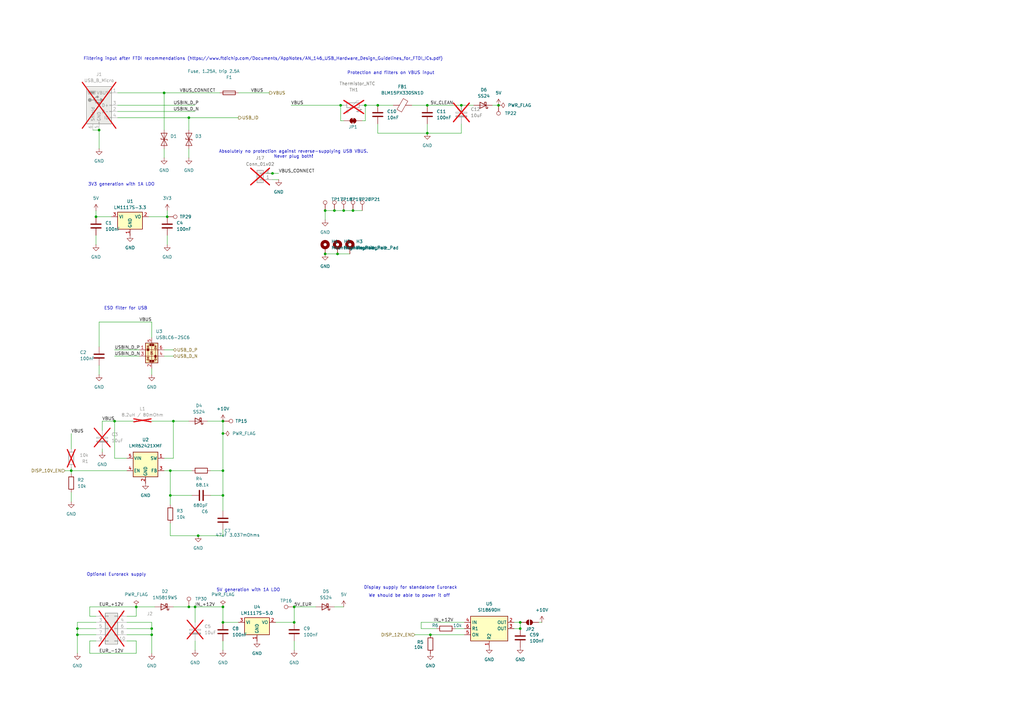
<source format=kicad_sch>
(kicad_sch (version 20231120) (generator "eeschema") (generator_version "8.0")
  (paper "A3")
  (lib_symbols
    (symbol "Connector:TestPoint" (pin_numbers hide) (pin_names (offset 0.762) hide)
      (property "Reference" "TP" (at 0 6.858 0))
      (property "Value" "TestPoint" (at 0 5.08 0))
      (symbol "TestPoint_1_1"
        (pin passive line (at 0 0 90) (length 2.54) (name "1") (number "1"))
      )
    )
    (symbol "Connector:USB_B_Micro" (pin_names (offset 1.016))
      (property "Reference" "J" (at -5.08 11.43 0))
      (property "Value" "USB_B_Micro" (at -5.08 8.89 0))
      (symbol "USB_B_Micro_1_1"
        (pin power_out line (at 7.62 5.08 180) (length 2.54) (name "VBUS") (number "1"))
        (pin bidirectional line (at 7.62 -2.54 180) (length 2.54) (name "D-") (number "2"))
        (pin bidirectional line (at 7.62 0 180) (length 2.54) (name "D+") (number "3"))
        (pin passive line (at 7.62 -5.08 180) (length 2.54) (name "ID") (number "4"))
        (pin power_out line (at 0 -10.16 90) (length 2.54) (name "GND") (number "5"))
        (pin passive line (at -2.54 -10.16 90) (length 2.54) (name "Shield") (number "6"))
      )
    )
    (symbol "Connector_Generic:Conn_01x02" (pin_names (offset 1.016) hide)
      (property "Reference" "J" (at 0 2.54 0))
      (property "Value" "Conn_01x02" (at 0 -5.08 0))
      (symbol "Conn_01x02_1_1"
        (pin passive line (at -5.08 0 0) (length 3.81) (name "Pin_1") (number "1"))
        (pin passive line (at -5.08 -2.54 0) (length 3.81) (name "Pin_2") (number "2"))
      )
    )
    (symbol "Connector_Generic:Conn_02x05_Odd_Even" (pin_names (offset 1.016) hide)
      (property "Reference" "J" (at 1.27 7.62 0))
      (property "Value" "Conn_02x05_Odd_Even" (at 1.27 -7.62 0))
      (symbol "Conn_02x05_Odd_Even_1_1"
        (pin passive line (at -5.08 5.08 0) (length 3.81) (name "Pin_1") (number "1"))
        (pin passive line (at 7.62 -5.08 180) (length 3.81) (name "Pin_10") (number "10"))
        (pin passive line (at 7.62 5.08 180) (length 3.81) (name "Pin_2") (number "2"))
        (pin passive line (at -5.08 2.54 0) (length 3.81) (name "Pin_3") (number "3"))
        (pin passive line (at 7.62 2.54 180) (length 3.81) (name "Pin_4") (number "4"))
        (pin passive line (at -5.08 0 0) (length 3.81) (name "Pin_5") (number "5"))
        (pin passive line (at 7.62 0 180) (length 3.81) (name "Pin_6") (number "6"))
        (pin passive line (at -5.08 -2.54 0) (length 3.81) (name "Pin_7") (number "7"))
        (pin passive line (at 7.62 -2.54 180) (length 3.81) (name "Pin_8") (number "8"))
        (pin passive line (at -5.08 -5.08 0) (length 3.81) (name "Pin_9") (number "9"))
      )
    )
    (symbol "Device:C" (pin_numbers hide) (pin_names (offset 0.254))
      (property "Reference" "C" (at 0.635 2.54 0))
      (property "Value" "C" (at 0.635 -2.54 0))
      (symbol "C_1_1"
        (pin passive line (at 0 3.81 270) (length 2.794) (name "~") (number "1"))
        (pin passive line (at 0 -3.81 90) (length 2.794) (name "~") (number "2"))
      )
    )
    (symbol "Device:C_Polarized" (pin_numbers hide) (pin_names (offset 0.254))
      (property "Reference" "C" (at 0.635 2.54 0))
      (property "Value" "C_Polarized" (at 0.635 -2.54 0))
      (symbol "C_Polarized_1_1"
        (pin passive line (at 0 3.81 270) (length 2.794) (name "~") (number "1"))
        (pin passive line (at 0 -3.81 90) (length 2.794) (name "~") (number "2"))
      )
    )
    (symbol "Device:FerriteBead" (pin_numbers hide) (pin_names (offset 0))
      (property "Reference" "FB" (at -3.81 0.635 90))
      (property "Value" "FerriteBead" (at 3.81 0 90))
      (symbol "FerriteBead_1_1"
        (pin passive line (at 0 3.81 270) (length 2.54) (name "~") (number "1"))
        (pin passive line (at 0 -3.81 90) (length 2.54) (name "~") (number "2"))
      )
    )
    (symbol "Device:Fuse" (pin_numbers hide) (pin_names (offset 0))
      (property "Reference" "F" (at 2.032 0 90))
      (property "Value" "Fuse" (at -1.905 0 90))
      (symbol "Fuse_1_1"
        (pin passive line (at 0 3.81 270) (length 1.27) (name "~") (number "1"))
        (pin passive line (at 0 -3.81 90) (length 1.27) (name "~") (number "2"))
      )
    )
    (symbol "Device:L" (pin_numbers hide) (pin_names (offset 1.016) hide)
      (property "Reference" "L" (at -1.27 0 90))
      (property "Value" "L" (at 1.905 0 90))
      (symbol "L_1_1"
        (pin passive line (at 0 3.81 270) (length 1.27) (name "1") (number "1"))
        (pin passive line (at 0 -3.81 90) (length 1.27) (name "2") (number "2"))
      )
    )
    (symbol "Device:R" (pin_numbers hide) (pin_names (offset 0))
      (property "Reference" "R" (at 2.032 0 90))
      (property "Value" "R" (at 0 0 90))
      (symbol "R_1_1"
        (pin passive line (at 0 3.81 270) (length 1.27) (name "~") (number "1"))
        (pin passive line (at 0 -3.81 90) (length 1.27) (name "~") (number "2"))
      )
    )
    (symbol "Device:Thermistor_NTC" (pin_numbers hide) (pin_names (offset 0))
      (property "Reference" "TH" (at -4.445 0 90))
      (property "Value" "Thermistor_NTC" (at 3.175 0 90))
      (symbol "Thermistor_NTC_1_1"
        (pin passive line (at 0 3.81 270) (length 1.27) (name "~") (number "1"))
        (pin passive line (at 0 -3.81 90) (length 1.27) (name "~") (number "2"))
      )
    )
    (symbol "Diode:1N5819WS" (pin_numbers hide) (pin_names (offset 1.016) hide)
      (property "Reference" "D" (at 0 2.54 0))
      (property "Value" "1N5819WS" (at 0 -2.54 0))
      (symbol "1N5819WS_1_1"
        (pin passive line (at -3.81 0 0) (length 2.54) (name "K") (number "1"))
        (pin passive line (at 3.81 0 180) (length 2.54) (name "A") (number "2"))
      )
    )
    (symbol "Diode:ESD9B5.0ST5G" (pin_numbers hide) (pin_names (offset 1.016) hide)
      (property "Reference" "D" (at 0 2.54 0))
      (property "Value" "ESD9B5.0ST5G" (at 0 -2.54 0))
      (symbol "ESD9B5.0ST5G_1_1"
        (pin passive line (at -3.81 0 0) (length 2.54) (name "A1") (number "1"))
        (pin passive line (at 3.81 0 180) (length 2.54) (name "A2") (number "2"))
      )
    )
    (symbol "Diode:SS24" (pin_numbers hide) (pin_names (offset 1.016) hide)
      (property "Reference" "D" (at 0 2.54 0))
      (property "Value" "SS24" (at 0 -2.54 0))
      (symbol "SS24_1_1"
        (pin passive line (at -3.81 0 0) (length 2.54) (name "K") (number "1"))
        (pin passive line (at 3.81 0 180) (length 2.54) (name "A") (number "2"))
      )
    )
    (symbol "Jumper:SolderJumper_2_Bridged" (pin_numbers hide) (pin_names (offset 0) hide) (exclude_from_sim yes) (in_bom no)
      (property "Reference" "JP" (at 0 2.032 0))
      (property "Value" "SolderJumper_2_Bridged" (at 0 -2.54 0))
      (symbol "SolderJumper_2_Bridged_1_1"
        (pin passive line (at -3.81 0 0) (length 2.54) (name "A") (number "1"))
        (pin passive line (at 3.81 0 180) (length 2.54) (name "B") (number "2"))
      )
    )
    (symbol "Jumper:SolderJumper_2_Open" (pin_numbers hide) (pin_names (offset 0) hide) (exclude_from_sim yes) (in_bom no)
      (property "Reference" "JP" (at 0 2.032 0))
      (property "Value" "SolderJumper_2_Open" (at 0 -2.54 0))
      (symbol "SolderJumper_2_Open_1_1"
        (pin passive line (at -3.81 0 0) (length 2.54) (name "A") (number "1"))
        (pin passive line (at 3.81 0 180) (length 2.54) (name "B") (number "2"))
      )
    )
    (symbol "Mechanical:MountingHole_Pad" (pin_numbers hide) (pin_names (offset 1.016) hide) (exclude_from_sim yes) (in_bom no)
      (property "Reference" "H" (at 0 6.35 0))
      (property "Value" "MountingHole_Pad" (at 0 4.445 0))
      (symbol "MountingHole_Pad_1_1"
        (pin input line (at 0 -2.54 90) (length 2.54) (name "1") (number "1"))
      )
    )
    (symbol "Power_Protection:USBLC6-2SC6" (pin_names hide)
      (property "Reference" "U" (at 0.635 5.715 0))
      (property "Value" "USBLC6-2SC6" (at 0.635 3.81 0))
      (symbol "USBLC6-2SC6_1_1"
        (pin passive line (at -5.08 0 0) (length 2.54) (name "I/O1") (number "1"))
        (pin passive line (at 0 -7.62 90) (length 2.54) (name "GND") (number "2"))
        (pin passive line (at -5.08 -2.54 0) (length 2.54) (name "I/O2") (number "3"))
        (pin passive line (at 5.08 -2.54 180) (length 2.54) (name "I/O2") (number "4"))
        (pin passive line (at 0 5.08 270) (length 2.54) (name "VBUS") (number "5"))
        (pin passive line (at 5.08 0 180) (length 2.54) (name "I/O1") (number "6"))
      )
    )
    (symbol "Regulator_Linear:LM1117S-3.3"
      (property "Reference" "U" (at -3.81 3.175 0))
      (property "Value" "LM1117S-3.3" (at 0 3.175 0))
      (symbol "LM1117S-3.3_1_1"
        (pin power_in line (at 0 -7.62 90) (length 2.54) (name "GND") (number "1"))
        (pin power_out line (at 7.62 0 180) (length 2.54) (name "VO") (number "2"))
        (pin power_in line (at -7.62 0 0) (length 2.54) (name "VI") (number "3"))
      )
    )
    (symbol "Regulator_Linear:LM1117S-5.0"
      (property "Reference" "U" (at -3.81 3.175 0))
      (property "Value" "LM1117S-5.0" (at 0 3.175 0))
      (symbol "LM1117S-5.0_1_1"
        (pin power_in line (at 0 -7.62 90) (length 2.54) (name "GND") (number "1"))
        (pin power_out line (at 7.62 0 180) (length 2.54) (name "VO") (number "2"))
        (pin power_in line (at -7.62 0 0) (length 2.54) (name "VI") (number "3"))
      )
    )
    (symbol "Regulator_Switching:LMR62421XMF" (pin_names (offset 0.254))
      (property "Reference" "U" (at -5.08 6.35 0))
      (property "Value" "LMR62421XMF" (at 0 6.35 0))
      (symbol "LMR62421XMF_1_1"
        (pin output line (at 7.62 2.54 180) (length 2.54) (name "SW") (number "1"))
        (pin power_in line (at 0 -7.62 90) (length 2.54) (name "GND") (number "2"))
        (pin input line (at 7.62 -2.54 180) (length 2.54) (name "FB") (number "3"))
        (pin input line (at -7.62 -2.54 0) (length 2.54) (name "EN") (number "4"))
        (pin input line (at -7.62 2.54 0) (length 2.54) (name "VIN") (number "5"))
      )
    )
    (symbol "asynthosc_lib:Si1869DH"
      (property "Reference" "U" (at -6.35 -6.35 0))
      (property "Value" "Si1869DH" (at 0 6.35 0))
      (symbol "Si1869DH_1_1"
        (pin passive line (at 0 -7.62 90) (length 2.54) (name "R2") (number "1"))
        (pin power_out line (at 10.16 2.54 180) (length 2.54) (name "OUT") (number "2"))
        (pin power_out line (at 10.16 0 180) (length 2.54) (name "OUT") (number "3"))
        (pin power_in line (at -10.16 2.54 0) (length 2.54) (name "IN") (number "4"))
        (pin input line (at -10.16 -2.54 0) (length 2.54) (name "ON") (number "5"))
        (pin passive line (at -10.16 0 0) (length 2.54) (name "R1") (number "6"))
      )
    )
    (symbol "power:+10V" (power) (pin_numbers hide) (pin_names (offset 0) hide)
      (property "Value" "+10V" (at 0 3.556 0))
      (symbol "+10V_1_1"
        (pin power_in line (at 0 0 90) (length 0) (name "~") (number "1"))
      )
    )
    (symbol "power:+3V3" (power) (pin_numbers hide) (pin_names (offset 0) hide)
      (property "Value" "+3V3" (at 0 3.556 0))
      (symbol "+3V3_1_1"
        (pin power_in line (at 0 0 90) (length 0) (name "~") (number "1"))
      )
    )
    (symbol "power:+5V" (power) (pin_numbers hide) (pin_names (offset 0) hide)
      (property "Value" "+5V" (at 0 3.556 0))
      (symbol "+5V_1_1"
        (pin power_in line (at 0 0 90) (length 0) (name "~") (number "1"))
      )
    )
    (symbol "power:GND" (power) (pin_numbers hide) (pin_names (offset 0) hide)
      (property "Value" "GND" (at 0 -3.81 0))
      (symbol "GND_1_1"
        (pin power_in line (at 0 0 270) (length 0) (name "~") (number "1"))
      )
    )
    (symbol "power:PWR_FLAG" (power) (pin_numbers hide) (pin_names (offset 0) hide)
      (property "Value" "PWR_FLAG" (at 0 3.81 0))
      (symbol "PWR_FLAG_0_0"
        (pin power_out line (at 0 0 90) (length 0) (name "~") (number "1"))
      )
    )
  )
  (junction (at 68.58 88.9))
  (junction (at 149.86 43.18))
  (junction (at 189.23 43.18))
  (junction (at 31.75 257.81))
  (junction (at 55.88 248.92))
  (junction (at 144.78 86.36))
  (junction (at 77.47 248.92))
  (junction (at 120.65 255.27))
  (junction (at 204.47 43.18))
  (junction (at 213.36 257.81))
  (junction (at 62.23 257.81))
  (junction (at 139.7 43.18))
  (junction (at 137.16 86.36))
  (junction (at 69.85 193.04))
  (junction (at 80.01 248.92))
  (junction (at 62.23 260.35))
  (junction (at 81.28 219.71))
  (junction (at 39.37 88.9))
  (junction (at 154.94 43.18))
  (junction (at 31.75 260.35))
  (junction (at 29.21 193.04))
  (junction (at 77.47 48.26))
  (junction (at 46.99 172.72))
  (junction (at 138.43 104.14))
  (junction (at 91.44 255.27))
  (junction (at 91.44 177.8))
  (junction (at 67.31 38.1))
  (junction (at 91.44 203.2))
  (junction (at 71.12 172.72))
  (junction (at 133.35 104.14))
  (junction (at 111.76 71.12))
  (junction (at 91.44 193.04))
  (junction (at 40.64 53.34))
  (junction (at 69.85 203.2))
  (junction (at 175.26 54.61))
  (junction (at 140.97 86.36))
  (junction (at 91.44 172.72))
  (junction (at 176.53 260.35))
  (junction (at 133.35 86.36))
  (junction (at 213.36 255.27))
  (junction (at 91.44 248.92))
  (junction (at 175.26 43.18))
  (junction (at 120.65 248.92))
  (wire (pts (xy 139.7 43.18) (xy 139.7 49.53)))
  (wire (pts (xy 140.97 86.36) (xy 144.78 86.36)))
  (wire (pts (xy 62.23 260.35) (xy 52.07 260.35)))
  (wire (pts (xy 91.44 219.71) (xy 91.44 217.17)))
  (wire (pts (xy 120.65 262.89) (xy 120.65 266.7)))
  (wire (pts (xy 109.22 71.12) (xy 111.76 71.12)))
  (wire (pts (xy 67.31 60.96) (xy 67.31 64.77)))
  (wire (pts (xy 55.88 262.89) (xy 52.07 262.89)))
  (wire (pts (xy 111.76 73.66) (xy 114.3 73.66)))
  (wire (pts (xy 154.94 50.8) (xy 154.94 54.61)))
  (wire (pts (xy 62.23 172.72) (xy 71.12 172.72)))
  (wire (pts (xy 91.44 203.2) (xy 91.44 209.55)))
  (wire (pts (xy 148.59 49.53) (xy 149.86 49.53)))
  (wire (pts (xy 69.85 203.2) (xy 78.74 203.2)))
  (wire (pts (xy 133.35 86.36) (xy 133.35 90.17)))
  (wire (pts (xy 149.86 43.18) (xy 154.94 43.18)))
  (wire (pts (xy 71.12 172.72) (xy 71.12 187.96)))
  (wire (pts (xy 119.38 43.18) (xy 139.7 43.18)))
  (wire (pts (xy 31.75 260.35) (xy 31.75 267.97)))
  (wire (pts (xy 29.21 191.77) (xy 29.21 193.04)))
  (wire (pts (xy 175.26 43.18) (xy 189.23 43.18)))
  (wire (pts (xy 36.83 252.73) (xy 39.37 252.73)))
  (wire (pts (xy 60.96 88.9) (xy 68.58 88.9)))
  (wire (pts (xy 55.88 248.92) (xy 36.83 248.92)))
  (wire (pts (xy 71.12 172.72) (xy 77.47 172.72)))
  (wire (pts (xy 81.28 219.71) (xy 91.44 219.71)))
  (wire (pts (xy 91.44 172.72) (xy 91.44 177.8)))
  (wire (pts (xy 148.59 43.18) (xy 149.86 43.18)))
  (wire (pts (xy 26.67 193.04) (xy 29.21 193.04)))
  (wire (pts (xy 91.44 255.27) (xy 97.79 255.27)))
  (wire (pts (xy 31.75 257.81) (xy 39.37 257.81)))
  (wire (pts (xy 69.85 219.71) (xy 81.28 219.71)))
  (wire (pts (xy 139.7 49.53) (xy 140.97 49.53)))
  (wire (pts (xy 91.44 203.2) (xy 91.44 193.04)))
  (wire (pts (xy 67.31 38.1) (xy 90.17 38.1)))
  (wire (pts (xy 77.47 48.26) (xy 97.79 48.26)))
  (wire (pts (xy 39.37 262.89) (xy 36.83 262.89)))
  (wire (pts (xy 86.36 203.2) (xy 91.44 203.2)))
  (wire (pts (xy 172.72 257.81) (xy 179.07 257.81)))
  (wire (pts (xy 62.23 132.08) (xy 40.64 132.08)))
  (wire (pts (xy 31.75 255.27) (xy 31.75 257.81)))
  (wire (pts (xy 62.23 132.08) (xy 62.23 138.43)))
  (wire (pts (xy 120.65 248.92) (xy 120.65 255.27)))
  (wire (pts (xy 46.99 172.72) (xy 54.61 172.72)))
  (wire (pts (xy 186.69 257.81) (xy 190.5 257.81)))
  (wire (pts (xy 41.91 172.72) (xy 46.99 172.72)))
  (wire (pts (xy 222.25 255.27) (xy 220.98 255.27)))
  (wire (pts (xy 213.36 257.81) (xy 210.82 257.81)))
  (wire (pts (xy 97.79 38.1) (xy 110.49 38.1)))
  (wire (pts (xy 139.7 43.18) (xy 140.97 43.18)))
  (wire (pts (xy 29.21 194.31) (xy 29.21 193.04)))
  (wire (pts (xy 189.23 54.61) (xy 189.23 50.8)))
  (wire (pts (xy 172.72 255.27) (xy 172.72 257.81)))
  (wire (pts (xy 39.37 96.52) (xy 39.37 100.33)))
  (wire (pts (xy 133.35 86.36) (xy 137.16 86.36)))
  (wire (pts (xy 69.85 193.04) (xy 78.74 193.04)))
  (wire (pts (xy 68.58 88.9) (xy 68.58 86.36)))
  (wire (pts (xy 149.86 49.53) (xy 149.86 43.18)))
  (wire (pts (xy 39.37 255.27) (xy 31.75 255.27)))
  (wire (pts (xy 137.16 86.36) (xy 140.97 86.36)))
  (wire (pts (xy 111.76 71.12) (xy 114.3 71.12)))
  (wire (pts (xy 52.07 187.96) (xy 46.99 187.96)))
  (wire (pts (xy 170.18 260.35) (xy 176.53 260.35)))
  (wire (pts (xy 69.85 214.63) (xy 69.85 219.71)))
  (wire (pts (xy 29.21 177.8) (xy 29.21 184.15)))
  (wire (pts (xy 154.94 54.61) (xy 175.26 54.61)))
  (wire (pts (xy 120.65 248.92) (xy 129.54 248.92)))
  (wire (pts (xy 69.85 203.2) (xy 69.85 207.01)))
  (wire (pts (xy 36.83 262.89) (xy 36.83 267.97)))
  (wire (pts (xy 55.88 252.73) (xy 55.88 248.92)))
  (wire (pts (xy 52.07 257.81) (xy 62.23 257.81)))
  (wire (pts (xy 48.26 38.1) (xy 67.31 38.1)))
  (wire (pts (xy 62.23 255.27) (xy 62.23 257.81)))
  (wire (pts (xy 40.64 132.08) (xy 40.64 142.24)))
  (wire (pts (xy 41.91 172.72) (xy 41.91 176.53)))
  (wire (pts (xy 85.09 172.72) (xy 91.44 172.72)))
  (wire (pts (xy 189.23 43.18) (xy 194.31 43.18)))
  (wire (pts (xy 67.31 193.04) (xy 69.85 193.04)))
  (wire (pts (xy 46.99 146.05) (xy 57.15 146.05)))
  (wire (pts (xy 41.91 184.15) (xy 41.91 185.42)))
  (wire (pts (xy 80.01 255.27) (xy 80.01 248.92)))
  (wire (pts (xy 69.85 193.04) (xy 69.85 203.2)))
  (wire (pts (xy 29.21 201.93) (xy 29.21 205.74)))
  (wire (pts (xy 48.26 45.72) (xy 80.01 45.72)))
  (wire (pts (xy 36.83 267.97) (xy 55.88 267.97)))
  (wire (pts (xy 144.78 86.36) (xy 148.59 86.36)))
  (wire (pts (xy 77.47 48.26) (xy 77.47 53.34)))
  (wire (pts (xy 68.58 96.52) (xy 68.58 100.33)))
  (wire (pts (xy 176.53 260.35) (xy 190.5 260.35)))
  (wire (pts (xy 52.07 255.27) (xy 62.23 255.27)))
  (wire (pts (xy 91.44 248.92) (xy 91.44 255.27)))
  (wire (pts (xy 91.44 177.8) (xy 91.44 193.04)))
  (wire (pts (xy 154.94 43.18) (xy 161.29 43.18)))
  (wire (pts (xy 201.93 43.18) (xy 204.47 43.18)))
  (wire (pts (xy 48.26 43.18) (xy 80.01 43.18)))
  (wire (pts (xy 91.44 193.04) (xy 86.36 193.04)))
  (wire (pts (xy 46.99 143.51) (xy 57.15 143.51)))
  (wire (pts (xy 172.72 255.27) (xy 190.5 255.27)))
  (wire (pts (xy 38.1 53.34) (xy 40.64 53.34)))
  (wire (pts (xy 40.64 149.86) (xy 40.64 153.67)))
  (wire (pts (xy 189.23 43.18) (xy 189.23 45.72)))
  (wire (pts (xy 55.88 267.97) (xy 55.88 262.89)))
  (wire (pts (xy 67.31 38.1) (xy 67.31 53.34)))
  (wire (pts (xy 31.75 260.35) (xy 39.37 260.35)))
  (wire (pts (xy 62.23 257.81) (xy 62.23 260.35)))
  (wire (pts (xy 40.64 53.34) (xy 40.64 60.96)))
  (wire (pts (xy 77.47 60.96) (xy 77.47 64.77)))
  (wire (pts (xy 213.36 255.27) (xy 213.36 257.81)))
  (wire (pts (xy 133.35 104.14) (xy 138.43 104.14)))
  (wire (pts (xy 52.07 252.73) (xy 55.88 252.73)))
  (wire (pts (xy 67.31 143.51) (xy 71.12 143.51)))
  (wire (pts (xy 67.31 146.05) (xy 71.12 146.05)))
  (wire (pts (xy 113.03 255.27) (xy 120.65 255.27)))
  (wire (pts (xy 175.26 50.8) (xy 175.26 54.61)))
  (wire (pts (xy 31.75 257.81) (xy 31.75 260.35)))
  (wire (pts (xy 62.23 260.35) (xy 62.23 267.97)))
  (wire (pts (xy 175.26 54.61) (xy 189.23 54.61)))
  (wire (pts (xy 48.26 48.26) (xy 77.47 48.26)))
  (wire (pts (xy 138.43 104.14) (xy 143.51 104.14)))
  (wire (pts (xy 55.88 248.92) (xy 63.5 248.92)))
  (wire (pts (xy 39.37 86.36) (xy 39.37 88.9)))
  (wire (pts (xy 71.12 187.96) (xy 67.31 187.96)))
  (wire (pts (xy 71.12 248.92) (xy 77.47 248.92)))
  (wire (pts (xy 80.01 266.7) (xy 80.01 262.89)))
  (wire (pts (xy 137.16 248.92) (xy 140.97 248.92)))
  (wire (pts (xy 213.36 255.27) (xy 210.82 255.27)))
  (wire (pts (xy 36.83 248.92) (xy 36.83 252.73)))
  (wire (pts (xy 91.44 262.89) (xy 91.44 266.7)))
  (wire (pts (xy 80.01 248.92) (xy 91.44 248.92)))
  (wire (pts (xy 62.23 151.13) (xy 62.23 153.67)))
  (wire (pts (xy 46.99 187.96) (xy 46.99 172.72)))
  (wire (pts (xy 39.37 88.9) (xy 45.72 88.9)))
  (wire (pts (xy 168.91 43.18) (xy 175.26 43.18)))
  (wire (pts (xy 77.47 248.92) (xy 80.01 248.92)))
  (wire (pts (xy 29.21 193.04) (xy 52.07 193.04)))
  (text "We should be able to power it off\n" (at 167.894 244.348 0) (effects (font (size 1.27 1.27))))
  (text "Optional Eurorack supply" (at 47.752 235.712 0) (effects (font (size 1.27 1.27))))
  (text "Filtering input after FTDI recommendations (https://www.ftdichip.com/Documents/AppNotes/AN_146_USB_Hardware_Design_Guidelines_for_FTDI_ICs.pdf)" (at 107.95 24.13 0) (effects (font (size 1.27 1.27))))
  (text "Absolutely no protection against reverse-supplying USB VBUS.\nNever plug both!" (at 120.396 63.246 0) (effects (font (size 1.27 1.27))))
  (text "Display supply for standalone Eurorack" (at 168.402 241.046 0) (effects (font (size 1.27 1.27))))
  (text "ESD filter for USB" (at 51.562 126.492 0) (effects (font (size 1.27 1.27))))
  (text "Protection and filters on VBUS input" (at 160.274 29.972 0) (effects (font (size 1.27 1.27))))
  (text "5V generation with 1A LDO" (at 101.854 242.062 0) (effects (font (size 1.27 1.27))))
  (text "3V3 generation with 1A LDO" (at 49.784 75.692 0) (effects (font (size 1.27 1.27))))
  (label "IN_+12V" (at 80.01 248.92 0))
  (label "USBIN_D_P" (at 71.12 43.18 0))
  (label "USBIN_D_P" (at 46.99 143.51 0))
  (label "VBUS" (at 29.21 177.8 0))
  (label "VBUS_CONNECT" (at 73.66 38.1 0))
  (label "VBUS" (at 62.23 132.08 180))
  (label "VBUS_CONNECT" (at 114.3 71.12 0))
  (label "5V_EUR" (at 120.65 248.92 0))
  (label "EUR_-12V" (at 40.64 267.97 0))
  (label "VBUS" (at 119.38 43.18 0))
  (label "VBUS" (at 41.91 172.72 0))
  (label "USBIN_D_N" (at 71.12 45.72 0))
  (label "IN_+12V" (at 177.8 255.27 0))
  (label "EUR_+12V" (at 40.64 248.92 0))
  (label "USBIN_D_N" (at 46.99 146.05 0))
  (label "VBUS" (at 102.87 38.1 0))
  (label "5V_CLEAN" (at 176.53 43.18 0))
  (hierarchical_label "USB_ID" (shape output) (at 97.79 48.26 0))
  (hierarchical_label "USB_D_N" (shape bidirectional) (at 71.12 146.05 0))
  (hierarchical_label "USB_D_P" (shape bidirectional) (at 71.12 143.51 0))
  (hierarchical_label "VBUS" (shape output) (at 110.49 38.1 0))
  (hierarchical_label "DISP_12V_EN" (shape input) (at 170.18 260.35 180))
  (hierarchical_label "DISP_10V_EN" (shape input) (at 26.67 193.04 180))
  (symbol (lib_id "power:GND") (at 80.01 266.7 0) (unit 1)
    (property "Reference" "#PWR016" (effects (hide yes)))
    (property "Value" "GND" (at 80.01 271.78 0))
    (property "Description" "Power symbol creates a global label with name \"GND\" , ground" (effects (hide yes)))
  )
  (symbol (lib_id "Device:C") (at 39.37 92.71 0) (unit 1)
    (property "Reference" "C1" (at 43.18 91.4399 0) (effects (justify left)))
    (property "Value" "100nF" (at 43.18 93.9799 0) (effects (justify left)))
    (property "Footprint" "Capacitor_SMD:C_0805_2012Metric" (effects (hide yes)))
    (property "Description" "Unpolarized capacitor" (effects (hide yes)))
    (property "RefNum" "_generic_" (effects (hide yes)))
    (property "JLC" "0805" (effects (hide yes)))
  )
  (symbol (lib_id "Regulator_Switching:LMR62421XMF") (at 59.69 190.5 0) (unit 1)
    (property "Reference" "U2" (at 59.69 180.34 0))
    (property "Value" "LMR62421XMF" (at 59.69 182.88 0))
    (property "Footprint" "Package_TO_SOT_SMD:SOT-23-5" (effects (hide yes)))
    (property "Datasheet" "http://www.ti.com/lit/ds/symlink/lmr62421.pdf" (effects (hide yes)))
    (property "Description" "2.1A, 24Vout Boost/SEPIC Voltage Regulator, 1.6MHz Frequency, SOT-23-5" (effects (hide yes)))
    (property "LCSC" "C2070685 " (effects (hide yes)))
    (property "Manufacturer" "TI" (effects (hide yes)))
    (property "RefNum" "LMR62421XMF" (effects (hide yes)))
    (property "JLC" "SOT-23-5" (effects (hide yes)))
  )
  (symbol (lib_id "Device:C") (at 120.65 259.08 0) (unit 1)
    (property "Reference" "C9" (at 124.46 257.8099 0) (effects (justify left)))
    (property "Value" "100nF" (at 124.46 260.3499 0) (effects (justify left)))
    (property "Footprint" "Capacitor_SMD:C_0805_2012Metric" (effects (hide yes)))
    (property "Description" "Unpolarized capacitor" (effects (hide yes)))
    (property "RefNum" "_generic_" (effects (hide yes)))
    (property "JLC" "0805" (effects (hide yes)))
  )
  (symbol (lib_id "power:GND") (at 81.28 219.71 0) (unit 1)
    (property "Reference" "#PWR017" (effects (hide yes)))
    (property "Value" "GND" (at 81.28 224.79 0))
    (property "Description" "Power symbol creates a global label with name \"GND\" , ground" (effects (hide yes)))
  )
  (symbol (lib_id "power:GND") (at 31.75 267.97 0) (unit 1)
    (property "Reference" "#PWR02" (effects (hide yes)))
    (property "Value" "GND" (at 31.75 273.05 0))
    (property "Description" "Power symbol creates a global label with name \"GND\" , ground" (effects (hide yes)))
  )
  (symbol (lib_id "Connector:TestPoint") (at 148.59 86.36 0) (unit 1) (exclude_from_sim yes)
    (property "Reference" "TP21" (at 151.13 81.7879 0) (effects (justify left)))
    (property "Value" "TestPoint" (effects (hide yes)))
    (property "Footprint" "TestPoint:TestPoint_Pad_D1.0mm" (effects (hide yes)))
    (property "Description" "test point" (effects (hide yes)))
    (property "RefNum" "_na_" (effects (hide yes)))
  )
  (symbol (lib_id "Device:R") (at 29.21 187.96 180) (unit 1) (exclude_from_sim yes) (in_bom no) (dnp yes)
    (property "Reference" "R1" (at 36.322 189.23 0) (effects (justify left)))
    (property "Value" "10k" (at 36.322 186.69 0) (effects (justify left)))
    (property "Footprint" "Resistor_SMD:R_0402_1005Metric" (effects (hide yes)))
    (property "Description" "Resistor" (effects (hide yes)))
    (property "RefNum" "_generic_" (effects (hide yes)))
    (property "JLC" "0402" (effects (hide yes)))
  )
  (symbol (lib_id "Device:C") (at 154.94 46.99 0) (unit 1)
    (property "Reference" "C10" (at 158.75 45.7199 0) (effects (justify left)))
    (property "Value" "10nF" (at 158.75 48.2599 0) (effects (justify left)))
    (property "Footprint" "Capacitor_SMD:C_0402_1005Metric" (effects (hide yes)))
    (property "Description" "Unpolarized capacitor" (effects (hide yes)))
    (property "RefNum" "_generic_" (effects (hide yes)))
    (property "JLC" "0402" (effects (hide yes)))
  )
  (symbol (lib_id "Device:C_Polarized") (at 41.91 180.34 0) (unit 1) (dnp yes)
    (property "Reference" "C3" (at 45.72 178.1809 0) (effects (justify left)))
    (property "Value" "10uF" (at 45.72 180.7209 0) (effects (justify left)))
    (property "Footprint" "Capacitor_SMD:CP_Elec_4x5.4" (effects (hide yes)))
    (property "Description" "Polarized capacitor" (effects (hide yes)))
    (property "LCSC" "C72485" (effects (hide yes)))
    (property "Manufacturer" "Roqang" (effects (hide yes)))
    (property "RefNum" "RVT1V100M0405" (effects (hide yes)))
  )
  (symbol (lib_id "Device:C") (at 91.44 213.36 0) (unit 1) (exclude_from_sim yes)
    (property "Reference" "C7" (at 91.948 217.678 0) (effects (justify left)))
    (property "Value" "47uF 3.037mOhms" (at 88.392 219.456 0) (effects (justify left)))
    (property "Footprint" "Capacitor_SMD:C_0805_2012Metric" (effects (hide yes)))
    (property "Description" "Unpolarized capacitor" (effects (hide yes)))
    (property "RefNum" "_generic_" (effects (hide yes)))
    (property "JLC" "0805" (effects (hide yes)))
  )
  (symbol (lib_id "Device:R") (at 29.21 198.12 0) (unit 1) (exclude_from_sim yes)
    (property "Reference" "R2" (at 31.75 196.8499 0) (effects (justify left)))
    (property "Value" "10k" (at 31.75 199.3899 0) (effects (justify left)))
    (property "Footprint" "Resistor_SMD:R_0402_1005Metric" (effects (hide yes)))
    (property "Description" "Resistor" (effects (hide yes)))
    (property "RefNum" "_generic_" (effects (hide yes)))
    (property "JLC" "0402" (effects (hide yes)))
  )
  (symbol (lib_id "Jumper:SolderJumper_2_Open") (at 217.17 255.27 0) (unit 1) (exclude_from_sim yes) (in_bom no)
    (property "Reference" "JP2" (at 217.424 258.064 0))
    (property "Value" "SolderJumper_2_Open" (effects (hide yes)))
    (property "Footprint" "Resistor_SMD:R_0402_1005Metric" (effects (hide yes)))
    (property "Description" "Solder Jumper, 2-pole, open" (effects (hide yes)))
    (property "RefNum" "_na_" (effects (hide yes)))
  )
  (symbol (lib_id "power:+5V") (at 140.97 248.92 0) (unit 1)
    (property "Reference" "#PWR024" (effects (hide yes)))
    (property "Value" "5V" (at 140.97 243.84 0))
    (property "Description" "Power symbol creates a global label with name \"+5V\"" (effects (hide yes)))
  )
  (symbol (lib_id "Connector:TestPoint") (at 204.47 43.18 180) (unit 1) (exclude_from_sim yes)
    (property "Reference" "TP22" (at 207.01 46.4819 0) (effects (justify right)))
    (property "Value" "TestPoint" (effects (hide yes)))
    (property "Footprint" "TestPoint:TestPoint_Pad_D1.0mm" (effects (hide yes)))
    (property "Description" "test point" (effects (hide yes)))
    (property "RefNum" "_na_" (effects (hide yes)))
  )
  (symbol (lib_id "power:GND") (at 41.91 185.42 0) (unit 1)
    (property "Reference" "#PWR07" (effects (hide yes)))
    (property "Value" "GND" (at 41.91 190.5 0))
    (property "Description" "Power symbol creates a global label with name \"GND\" , ground" (effects (hide yes)))
  )
  (symbol (lib_id "Device:C_Polarized") (at 80.01 259.08 0) (unit 1) (dnp yes)
    (property "Reference" "C5" (at 83.82 256.9209 0) (effects (justify left)))
    (property "Value" "10uF" (at 83.82 259.4609 0) (effects (justify left)))
    (property "Footprint" "Capacitor_SMD:CP_Elec_4x5.4" (effects (hide yes)))
    (property "Description" "Polarized capacitor" (effects (hide yes)))
    (property "LCSC" "C72485" (effects (hide yes)))
    (property "Manufacturer" "Roqang" (effects (hide yes)))
    (property "RefNum" "RVT1V100M0405" (effects (hide yes)))
  )
  (symbol (lib_id "Device:C") (at 175.26 46.99 0) (unit 1)
    (property "Reference" "C11" (at 179.07 45.7199 0) (effects (justify left)))
    (property "Value" "100nF" (at 179.07 48.2599 0) (effects (justify left)))
    (property "Footprint" "Capacitor_SMD:C_0402_1005Metric" (effects (hide yes)))
    (property "Description" "Unpolarized capacitor" (effects (hide yes)))
    (property "RefNum" "_generic_" (effects (hide yes)))
    (property "JLC" "0402" (effects (hide yes)))
  )
  (symbol (lib_id "power:PWR_FLAG") (at 91.44 248.92 0) (unit 1)
    (property "Reference" "#FLG05" (effects (hide yes)))
    (property "Value" "PWR_FLAG" (at 91.44 243.84 0))
    (property "Description" "Special symbol for telling ERC where power comes from" (effects (hide yes)))
  )
  (symbol (lib_id "Regulator_Linear:LM1117S-5.0") (at 105.41 255.27 0) (unit 1)
    (property "Reference" "U4" (at 105.41 248.92 0))
    (property "Value" "LM1117S-5.0" (at 105.41 251.46 0))
    (property "Footprint" "Package_TO_SOT_SMD:SOT-223-3_TabPin2" (effects (hide yes)))
    (property "Datasheet" "http://www.ti.com/lit/ds/symlink/lm1117.pdf" (effects (hide yes)))
    (property "Description" "800mA Low-Dropout Linear Regulator, 5.0V fixed output, TO-263" (effects (hide yes)))
    (property "LCSC" "C126028" (effects (hide yes)))
    (property "Manufacturer" "HTC Korea" (effects (hide yes)))
    (property "RefNum" "LM1117S-5.0 " (effects (hide yes)))
    (property "JLC" "SOT-223" (effects (hide yes)))
  )
  (symbol (lib_id "power:GND") (at 29.21 205.74 0) (unit 1)
    (property "Reference" "#PWR01" (effects (hide yes)))
    (property "Value" "GND" (at 29.21 210.82 0))
    (property "Description" "Power symbol creates a global label with name \"GND\" , ground" (effects (hide yes)))
  )
  (symbol (lib_id "Connector:TestPoint") (at 77.47 248.92 0) (unit 1) (exclude_from_sim yes)
    (property "Reference" "TP30" (at 80.01 245.6179 0) (effects (justify left)))
    (property "Value" "TestPoint" (effects (hide yes)))
    (property "Footprint" "TestPoint:TestPoint_Pad_D1.0mm" (effects (hide yes)))
    (property "Description" "test point" (effects (hide yes)))
    (property "RefNum" "_na_" (effects (hide yes)))
  )
  (symbol (lib_id "Device:C") (at 213.36 261.62 0) (unit 1)
    (property "Reference" "C59" (at 217.17 260.3499 0) (effects (justify left)))
    (property "Value" "100nF" (at 217.17 262.8899 0) (effects (justify left)))
    (property "Footprint" "Capacitor_SMD:C_0402_1005Metric" (effects (hide yes)))
    (property "Description" "Unpolarized capacitor" (effects (hide yes)))
    (property "RefNum" "_generic_" (effects (hide yes)))
    (property "JLC" "0402" (effects (hide yes)))
  )
  (symbol (lib_id "Jumper:SolderJumper_2_Bridged") (at 144.78 49.53 0) (unit 1) (exclude_from_sim yes) (in_bom no)
    (property "Reference" "JP1" (at 144.78 52.07 0))
    (property "Value" "SolderJumper_2_Bridged" (effects (hide yes)))
    (property "Footprint" "asynthosc:SolderJumper_0402_1005Metric_Bridged" (effects (hide yes)))
    (property "Description" "Solder Jumper, 2-pole, closed/bridged" (effects (hide yes)))
    (property "RefNum" "_na_" (effects (hide yes)))
  )
  (symbol (lib_id "Diode:SS24") (at 198.12 43.18 180) (unit 1)
    (property "Reference" "D6" (at 198.4375 36.83 0))
    (property "Value" "SS24" (at 198.4375 39.37 0))
    (property "Footprint" "Diode_SMD:D_SMA" (effects (hide yes)))
    (property "Datasheet" "https://www.vishay.com/docs/88748/ss22.pdf" (effects (hide yes)))
    (property "Description" "40V 2A Schottky Diode, SMA" (effects (hide yes)))
    (property "LCSC" "C3014007" (effects (hide yes)))
    (property "Manufacturer" "Fosan" (effects (hide yes)))
    (property "RefNum" "SS24" (effects (hide yes)))
    (property "JLC" "SMA" (effects (hide yes)))
  )
  (symbol (lib_id "Device:C") (at 40.64 146.05 0) (unit 1)
    (property "Reference" "C2" (at 32.766 144.526 0) (effects (justify left)))
    (property "Value" "100nF" (at 32.766 147.066 0) (effects (justify left)))
    (property "Footprint" "Capacitor_SMD:C_0805_2012Metric" (effects (hide yes)))
    (property "Description" "Unpolarized capacitor" (effects (hide yes)))
    (property "RefNum" "_generic_" (effects (hide yes)))
    (property "JLC" "0805" (effects (hide yes)))
  )
  (symbol (lib_id "Device:R") (at 69.85 210.82 0) (unit 1) (exclude_from_sim yes)
    (property "Reference" "R3" (at 72.39 209.5499 0) (effects (justify left)))
    (property "Value" "10k" (at 72.39 212.0899 0) (effects (justify left)))
    (property "Footprint" "Resistor_SMD:R_0402_1005Metric" (effects (hide yes)))
    (property "Description" "Resistor" (effects (hide yes)))
    (property "RefNum" "_generic_" (effects (hide yes)))
    (property "JLC" "0402" (effects (hide yes)))
  )
  (symbol (lib_id "Regulator_Linear:LM1117S-3.3") (at 53.34 88.9 0) (unit 1)
    (property "Reference" "U1" (at 53.34 82.55 0))
    (property "Value" "LM1117S-3.3" (at 53.34 85.09 0))
    (property "Footprint" "Package_TO_SOT_SMD:SOT-223-3_TabPin2" (effects (hide yes)))
    (property "Datasheet" "http://www.ti.com/lit/ds/symlink/lm1117.pdf" (effects (hide yes)))
    (property "Description" "800mA Low-Dropout Linear Regulator, 3.3V fixed output, TO-263" (effects (hide yes)))
    (property "Sim.Device" "V" (effects (hide yes)))
    (property "Sim.Type" "DC" (effects (hide yes)))
    (property "Sim.Pins" "1=- 2=+" (effects (hide yes)))
    (property "Sim.Params" "dc=3.3" (effects (hide yes)))
    (property "LCSC" "C126027" (effects (hide yes)))
    (property "Manufacturer" "HTC Korea" (effects (hide yes)))
    (property "RefNum" "LM1117S-3.3 " (effects (hide yes)))
    (property "JLC" "SOT-223" (effects (hide yes)))
  )
  (symbol (lib_id "power:+5V") (at 204.47 43.18 0) (unit 1)
    (property "Reference" "#PWR028" (effects (hide yes)))
    (property "Value" "5V" (at 204.47 38.1 0))
    (property "Description" "Power symbol creates a global label with name \"+5V\"" (effects (hide yes)))
  )
  (symbol (lib_id "Device:C") (at 82.55 203.2 90) (unit 1) (exclude_from_sim yes)
    (property "Reference" "C6" (at 85.344 209.804 90) (effects (justify left)))
    (property "Value" "680pF" (at 85.344 207.264 90) (effects (justify left)))
    (property "Footprint" "Capacitor_SMD:C_0402_1005Metric" (effects (hide yes)))
    (property "Description" "Unpolarized capacitor" (effects (hide yes)))
    (property "RefNum" "_generic_" (effects (hide yes)))
    (property "JLC" "0402" (effects (hide yes)))
  )
  (symbol (lib_id "Connector:TestPoint") (at 137.16 86.36 0) (unit 1) (exclude_from_sim yes)
    (property "Reference" "TP18" (at 139.7 81.7879 0) (effects (justify left)))
    (property "Value" "TestPoint" (effects (hide yes)))
    (property "Footprint" "TestPoint:TestPoint_Pad_D1.0mm" (effects (hide yes)))
    (property "Description" "test point" (effects (hide yes)))
    (property "RefNum" "_na_" (effects (hide yes)))
  )
  (symbol (lib_id "asynthosc_lib:Si1869DH") (at 200.66 257.81 0) (unit 1)
    (property "Reference" "U5" (at 200.66 247.65 0))
    (property "Value" "Si1869DH" (at 200.66 250.19 0))
    (property "Footprint" "Package_TO_SOT_SMD:SOT-363_SC-70-6" (effects (hide yes)))
    (property "Datasheet" "https://mm.digikey.com/Volume0/opasdata/d220001/medias/docus/1171/SI1869DH.pdf" (effects (hide yes)))
    (property "Description" "Load Switch with Level-Shift, SC70-6/SOT363-3" (effects (hide yes)))
    (property "LCSC" "C5246384" (effects (hide yes)))
    (property "Manufacturer" "Tech Public" (effects (hide yes)))
    (property "RefNum" "TPSI1869DH-T1-E3" (effects (hide yes)))
    (property "JLC" "SOT-363" (effects (hide yes)))
  )
  (symbol (lib_id "Connector:TestPoint") (at 144.78 86.36 0) (unit 1) (exclude_from_sim yes)
    (property "Reference" "TP20" (at 147.32 81.7879 0) (effects (justify left)))
    (property "Value" "TestPoint" (effects (hide yes)))
    (property "Footprint" "TestPoint:TestPoint_Pad_D1.0mm" (effects (hide yes)))
    (property "Description" "test point" (effects (hide yes)))
    (property "RefNum" "_na_" (effects (hide yes)))
  )
  (symbol (lib_id "power:GND") (at 62.23 267.97 0) (unit 1)
    (property "Reference" "#PWR011" (effects (hide yes)))
    (property "Value" "GND" (at 62.23 273.05 0))
    (property "Description" "Power symbol creates a global label with name \"GND\" , ground" (effects (hide yes)))
  )
  (symbol (lib_id "Mechanical:MountingHole_Pad") (at 138.43 101.6 0) (unit 1) (exclude_from_sim yes) (in_bom no)
    (property "Reference" "H2" (at 140.97 99.0599 0) (effects (justify left)))
    (property "Value" "MountingHole_Pad" (at 140.97 101.5999 0) (effects (justify left)))
    (property "Footprint" "MountingHole:MountingHole_2.2mm_M2_Pad" (effects (hide yes)))
    (property "Description" "Mounting Hole with connection" (effects (hide yes)))
    (property "RefNum" "_na_" (effects (hide yes)))
  )
  (symbol (lib_id "power:GND") (at 39.37 100.33 0) (unit 1)
    (property "Reference" "#PWR04" (effects (hide yes)))
    (property "Value" "GND" (at 39.37 105.41 0))
    (property "Description" "Power symbol creates a global label with name \"GND\" , ground" (effects (hide yes)))
  )
  (symbol (lib_id "Connector_Generic:Conn_02x05_Odd_Even") (at 44.45 257.81 0) (unit 1) (dnp yes)
    (property "Reference" "J2" (at 61.468 251.714 0))
    (property "Value" "Conn_02x05_Odd_Even" (effects (hide yes)))
    (property "Footprint" "Connector_PinHeader_2.54mm:PinHeader_2x05_P2.54mm_Vertical" (effects (hide yes)))
    (property "Description" "Generic connector, double row, 02x05, odd/even pin numbering scheme (row 1 odd numbers, row 2 even numbers), script generated (kicad-library-utils/schlib/autogen/connector/)" (effects (hide yes)))
    (property "LCSC" "C3294463" (effects (hide yes)))
    (property "Manufacturer" "HCTL" (effects (hide yes)))
    (property "RefNum" "PZ254-2-05-S" (effects (hide yes)))
  )
  (symbol (lib_id "Connector_Generic:Conn_01x02") (at 106.68 73.66 180) (unit 1) (exclude_from_sim yes) (in_bom no) (dnp yes)
    (property "Reference" "J17" (at 106.68 64.77 0))
    (property "Value" "Conn_01x02" (at 106.68 67.31 0))
    (property "Footprint" "Connector_PinHeader_2.54mm:PinHeader_1x02_P2.54mm_Vertical" (effects (hide yes)))
    (property "Description" "Generic connector, single row, 01x02, script generated (kicad-library-utils/schlib/autogen/connector/)" (effects (hide yes)))
    (property "RefNum" "_na_" (effects (hide yes)))
  )
  (symbol (lib_id "power:PWR_FLAG") (at 55.88 248.92 0) (unit 1)
    (property "Reference" "#FLG04" (effects (hide yes)))
    (property "Value" "PWR_FLAG" (at 55.88 243.84 0))
    (property "Description" "Special symbol for telling ERC where power comes from" (effects (hide yes)))
  )
  (symbol (lib_id "power:GND") (at 77.47 64.77 0) (unit 1)
    (property "Reference" "#PWR015" (effects (hide yes)))
    (property "Value" "GND" (at 77.47 69.85 0))
    (property "Description" "Power symbol creates a global label with name \"GND\" , ground" (effects (hide yes)))
  )
  (symbol (lib_id "power:+10V") (at 222.25 255.27 0) (unit 1)
    (property "Reference" "#PWR029" (effects (hide yes)))
    (property "Value" "+10V" (at 222.25 250.19 0))
    (property "Description" "Power symbol creates a global label with name \"+10V\"" (effects (hide yes)))
  )
  (symbol (lib_id "power:GND") (at 59.69 198.12 0) (unit 1)
    (property "Reference" "#PWR09" (effects (hide yes)))
    (property "Value" "GND" (at 59.69 203.2 0))
    (property "Description" "Power symbol creates a global label with name \"GND\" , ground" (effects (hide yes)))
  )
  (symbol (lib_id "power:GND") (at 53.34 96.52 0) (unit 1)
    (property "Reference" "#PWR08" (effects (hide yes)))
    (property "Value" "GND" (at 53.34 101.6 0))
    (property "Description" "Power symbol creates a global label with name \"GND\" , ground" (effects (hide yes)))
  )
  (symbol (lib_id "Diode:ESD9B5.0ST5G") (at 67.31 57.15 90) (unit 1) (exclude_from_sim yes)
    (property "Reference" "D1" (at 69.85 55.8799 90) (effects (justify right)))
    (property "Value" "ESD9B5.0ST5G" (effects (hide yes)))
    (property "Footprint" "Diode_SMD:D_SOD-923" (effects (hide yes)))
    (property "Datasheet" "https://www.onsemi.com/pub/Collateral/ESD9B-D.PDF" (effects (hide yes)))
    (property "Description" "ESD protection diode, 5.0Vrwm, SOD-923" (effects (hide yes)))
    (property "LCSC" "C111566" (effects (hide yes)))
    (property "Manufacturer" "OnSemi" (effects (hide yes)))
    (property "RefNum" "ESD9B5.0ST5G" (effects (hide yes)))
    (property "JLC" "SOD-923" (effects (hide yes)))
  )
  (symbol (lib_id "Connector:TestPoint") (at 120.65 248.92 90) (unit 1) (exclude_from_sim yes)
    (property "Reference" "TP16" (at 117.348 246.38 90))
    (property "Value" "TestPoint" (effects (hide yes)))
    (property "Footprint" "TestPoint:TestPoint_Pad_D1.0mm" (effects (hide yes)))
    (property "Description" "test point" (effects (hide yes)))
    (property "RefNum" "_na_" (effects (hide yes)))
  )
  (symbol (lib_id "power:GND") (at 200.66 265.43 0) (unit 1)
    (property "Reference" "#PWR027" (effects (hide yes)))
    (property "Value" "GND" (at 200.66 270.51 0))
    (property "Description" "Power symbol creates a global label with name \"GND\" , ground" (effects (hide yes)))
  )
  (symbol (lib_id "Diode:ESD9B5.0ST5G") (at 77.47 57.15 90) (unit 1) (exclude_from_sim yes)
    (property "Reference" "D3" (at 80.01 55.8799 90) (effects (justify right)))
    (property "Value" "ESD9B5.0ST5G" (effects (hide yes)))
    (property "Footprint" "Diode_SMD:D_SOD-923" (effects (hide yes)))
    (property "Datasheet" "https://www.onsemi.com/pub/Collateral/ESD9B-D.PDF" (effects (hide yes)))
    (property "Description" "ESD protection diode, 5.0Vrwm, SOD-923" (effects (hide yes)))
    (property "LCSC" "C111566" (effects (hide yes)))
    (property "Manufacturer" "OnSemi" (effects (hide yes)))
    (property "RefNum" "ESD9B5.0ST5G" (effects (hide yes)))
    (property "JLC" "SOD-923" (effects (hide yes)))
  )
  (symbol (lib_id "Connector:TestPoint") (at 91.44 172.72 270) (unit 1) (exclude_from_sim yes)
    (property "Reference" "TP15" (at 96.52 172.7199 90) (effects (justify left)))
    (property "Value" "TestPoint" (effects (hide yes)))
    (property "Footprint" "TestPoint:TestPoint_Pad_D1.0mm" (effects (hide yes)))
    (property "Description" "test point" (effects (hide yes)))
    (property "RefNum" "_na_" (effects (hide yes)))
  )
  (symbol (lib_id "power:GND") (at 67.31 64.77 0) (unit 1)
    (property "Reference" "#PWR012" (effects (hide yes)))
    (property "Value" "GND" (at 67.31 69.85 0))
    (property "Description" "Power symbol creates a global label with name \"GND\" , ground" (effects (hide yes)))
  )
  (symbol (lib_id "power:GND") (at 105.41 262.89 0) (unit 1)
    (property "Reference" "#PWR020" (effects (hide yes)))
    (property "Value" "GND" (at 105.41 267.97 0))
    (property "Description" "Power symbol creates a global label with name \"GND\" , ground" (effects (hide yes)))
  )
  (symbol (lib_id "power:GND") (at 120.65 266.7 0) (unit 1)
    (property "Reference" "#PWR021" (effects (hide yes)))
    (property "Value" "GND" (at 120.65 271.78 0))
    (property "Description" "Power symbol creates a global label with name \"GND\" , ground" (effects (hide yes)))
  )
  (symbol (lib_id "power:GND") (at 176.53 267.97 0) (unit 1)
    (property "Reference" "#PWR026" (effects (hide yes)))
    (property "Value" "GND" (at 176.53 273.05 0))
    (property "Description" "Power symbol creates a global label with name \"GND\" , ground" (effects (hide yes)))
  )
  (symbol (lib_id "Device:C") (at 91.44 259.08 0) (unit 1)
    (property "Reference" "C8" (at 95.25 257.8099 0) (effects (justify left)))
    (property "Value" "100nF" (at 95.25 260.3499 0) (effects (justify left)))
    (property "Footprint" "Capacitor_SMD:C_0805_2012Metric" (effects (hide yes)))
    (property "Description" "Unpolarized capacitor" (effects (hide yes)))
    (property "RefNum" "_generic_" (effects (hide yes)))
    (property "JLC" "0805" (effects (hide yes)))
  )
  (symbol (lib_id "power:PWR_FLAG") (at 204.47 43.18 270) (unit 1)
    (property "Reference" "#FLG01" (effects (hide yes)))
    (property "Value" "PWR_FLAG" (at 208.28 43.1799 90) (effects (justify left)))
    (property "Description" "Special symbol for telling ERC where power comes from" (effects (hide yes)))
  )
  (symbol (lib_id "Mechanical:MountingHole_Pad") (at 133.35 101.6 0) (unit 1) (exclude_from_sim yes) (in_bom no)
    (property "Reference" "H1" (at 135.89 99.0599 0) (effects (justify left)))
    (property "Value" "MountingHole_Pad" (at 135.89 101.5999 0) (effects (justify left)))
    (property "Footprint" "MountingHole:MountingHole_2.2mm_M2_Pad" (effects (hide yes)))
    (property "Description" "Mounting Hole with connection" (effects (hide yes)))
    (property "RefNum" "_na_" (effects (hide yes)))
  )
  (symbol (lib_id "power:PWR_FLAG") (at 91.44 177.8 270) (unit 1)
    (property "Reference" "#FLG03" (effects (hide yes)))
    (property "Value" "PWR_FLAG" (at 95.25 177.7999 90) (effects (justify left)))
    (property "Description" "Special symbol for telling ERC where power comes from" (effects (hide yes)))
  )
  (symbol (lib_id "Diode:SS24") (at 81.28 172.72 180) (unit 1)
    (property "Reference" "D4" (at 81.5975 166.37 0))
    (property "Value" "SS24" (at 81.5975 168.91 0))
    (property "Footprint" "Diode_SMD:D_SMA" (effects (hide yes)))
    (property "Datasheet" "https://www.vishay.com/docs/88748/ss22.pdf" (effects (hide yes)))
    (property "Description" "40V 2A Schottky Diode, SMA" (effects (hide yes)))
    (property "LCSC" "C3014007" (effects (hide yes)))
    (property "Manufacturer" "Fosan" (effects (hide yes)))
    (property "RefNum" "SS24" (effects (hide yes)))
    (property "JLC" "SMA" (effects (hide yes)))
  )
  (symbol (lib_id "Device:Fuse") (at 93.98 38.1 90) (unit 1) (exclude_from_sim yes)
    (property "Reference" "F1" (at 93.98 31.75 90))
    (property "Value" "Fuse, 1.25A, trip 2.5A" (at 87.63 29.21 90))
    (property "Footprint" "Resistor_SMD:R_0805_2012Metric" (effects (hide yes)))
    (property "Description" "Fuse" (effects (hide yes)))
    (property "RefNum" "_generic_" (effects (hide yes)))
    (property "JLC" "0805" (effects (hide yes)))
  )
  (symbol (lib_id "power:GND") (at 62.23 153.67 0) (unit 1)
    (property "Reference" "#PWR010" (effects (hide yes)))
    (property "Value" "GND" (at 62.23 158.75 0))
    (property "Description" "Power symbol creates a global label with name \"GND\" , ground" (effects (hide yes)))
  )
  (symbol (lib_id "Device:C_Polarized") (at 189.23 46.99 0) (unit 1) (dnp yes)
    (property "Reference" "C12" (at 193.04 44.8309 0) (effects (justify left)))
    (property "Value" "10uF" (at 193.04 47.3709 0) (effects (justify left)))
    (property "Footprint" "Capacitor_SMD:CP_Elec_4x5.4" (effects (hide yes)))
    (property "Description" "Polarized capacitor" (effects (hide yes)))
    (property "LCSC" "C72485" (effects (hide yes)))
    (property "Manufacturer" "Roqang" (effects (hide yes)))
    (property "RefNum" "RVT1V100M0405" (effects (hide yes)))
  )
  (symbol (lib_id "Device:R") (at 182.88 257.81 90) (unit 1) (exclude_from_sim yes)
    (property "Reference" "R6" (at 179.832 256.54 90) (effects (justify left)))
    (property "Value" "10k" (at 189.484 256.54 90) (effects (justify left)))
    (property "Footprint" "Resistor_SMD:R_0402_1005Metric" (effects (hide yes)))
    (property "Description" "Resistor" (effects (hide yes)))
    (property "RefNum" "_generic_" (effects (hide yes)))
    (property "JLC" "0402" (effects (hide yes)))
  )
  (symbol (lib_id "Device:Thermistor_NTC") (at 144.78 43.18 90) (unit 1) (exclude_from_sim yes) (dnp yes)
    (property "Reference" "TH1" (at 145.0975 36.83 90))
    (property "Value" "Thermistor_NTC" (at 146.558 34.29 90))
    (property "Footprint" "Resistor_THT:R_Axial_DIN0204_L3.6mm_D1.6mm_P7.62mm_Horizontal" (effects (hide yes)))
    (property "Description" "Temperature dependent resistor, negative temperature coefficient" (effects (hide yes)))
    (property "RefNum" "NTC16D-9" (effects (hide yes)))
    (property "LCSC" "C2935581" (effects (hide yes)))
    (property "Manufacturer" "Ruilon" (effects (hide yes)))
  )
  (symbol (lib_id "power:+5V") (at 39.37 86.36 0) (unit 1)
    (property "Reference" "#PWR03" (effects (hide yes)))
    (property "Value" "5V" (at 39.37 81.28 0))
    (property "Description" "Power symbol creates a global label with name \"+5V\"" (effects (hide yes)))
  )
  (symbol (lib_id "Device:L") (at 58.42 172.72 90) (unit 1) (exclude_from_sim yes) (dnp yes)
    (property "Reference" "L1" (at 58.42 167.64 90))
    (property "Value" "8.2uH / 80mOhm" (at 58.42 170.18 90))
    (property "Footprint" "asynthosc:L_XR_XRCD75-XRX_7x7.8" (effects (hide yes)))
    (property "Datasheet" "https://www.lcsc.com/datasheet/lcsc_datasheet_2307121520_XR-XRCD75-8R2M_C7462918.pdf" (effects (hide yes)))
    (property "Description" "Inductor" (effects (hide yes)))
    (property "RefNum" "XRCD75-8R2M" (effects (hide yes)))
    (property "LCSC" "C7462918" (effects (hide yes)))
    (property "Manufacturer" "Xiangru" (effects (hide yes)))
  )
  (symbol (lib_id "power:GND") (at 114.3 73.66 0) (unit 1)
    (property "Reference" "#PWR0160" (effects (hide yes)))
    (property "Value" "GND" (at 114.3 78.74 0))
    (property "Description" "Power symbol creates a global label with name \"GND\" , ground" (effects (hide yes)))
  )
  (symbol (lib_id "Power_Protection:USBLC6-2SC6") (at 62.23 143.51 0) (unit 1) (exclude_from_sim yes)
    (property "Reference" "U3" (at 63.8811 135.89 0) (effects (justify left)))
    (property "Value" "USBLC6-2SC6" (at 63.8811 138.43 0) (effects (justify left)))
    (property "Footprint" "Package_TO_SOT_SMD:SOT-23-6" (effects (hide yes)))
    (property "Datasheet" "https://www.st.com/resource/en/datasheet/usblc6-2.pdf" (effects (hide yes)))
    (property "Description" "Very low capacitance ESD protection diode, 2 data-line, SOT-23-6" (effects (hide yes)))
    (property "LCSC" "C7519" (effects (hide yes)))
    (property "Manufacturer" "STMicroelectronics" (effects (hide yes)))
    (property "RefNum" "USBLC6-2SC6" (effects (hide yes)))
    (property "JLC" "SOT-23-6" (effects (hide yes)))
  )
  (symbol (lib_id "power:+10V") (at 91.44 172.72 0) (unit 1)
    (property "Reference" "#PWR018" (effects (hide yes)))
    (property "Value" "+10V" (at 91.44 167.64 0))
    (property "Description" "Power symbol creates a global label with name \"+10V\"" (effects (hide yes)))
  )
  (symbol (lib_id "Diode:SS24") (at 133.35 248.92 180) (unit 1)
    (property "Reference" "D5" (at 133.6675 242.57 0))
    (property "Value" "SS24" (at 133.6675 245.11 0))
    (property "Footprint" "Diode_SMD:D_SMA" (effects (hide yes)))
    (property "Datasheet" "https://www.vishay.com/docs/88748/ss22.pdf" (effects (hide yes)))
    (property "Description" "40V 2A Schottky Diode, SMA" (effects (hide yes)))
    (property "LCSC" "C3014007" (effects (hide yes)))
    (property "Manufacturer" "Fosan" (effects (hide yes)))
    (property "RefNum" "SS24" (effects (hide yes)))
    (property "JLC" "SMA" (effects (hide yes)))
  )
  (symbol (lib_id "Connector:TestPoint") (at 133.35 86.36 0) (unit 1) (exclude_from_sim yes)
    (property "Reference" "TP17" (at 135.89 81.7879 0) (effects (justify left)))
    (property "Value" "TestPoint" (effects (hide yes)))
    (property "Footprint" "TestPoint:TestPoint_Pad_D1.0mm" (effects (hide yes)))
    (property "Description" "test point" (effects (hide yes)))
    (property "RefNum" "_na_" (effects (hide yes)))
  )
  (symbol (lib_id "Connector:TestPoint") (at 68.58 88.9 270) (unit 1) (exclude_from_sim yes)
    (property "Reference" "TP29" (at 73.66 88.8999 90) (effects (justify left)))
    (property "Value" "TestPoint" (effects (hide yes)))
    (property "Footprint" "TestPoint:TestPoint_Pad_D1.0mm" (effects (hide yes)))
    (property "Description" "test point" (effects (hide yes)))
    (property "RefNum" "_na_" (effects (hide yes)))
  )
  (symbol (lib_id "Diode:1N5819WS") (at 67.31 248.92 180) (unit 1) (exclude_from_sim yes)
    (property "Reference" "D2" (at 67.6275 242.57 0))
    (property "Value" "1N5819WS" (at 67.6275 245.11 0))
    (property "Footprint" "Diode_SMD:D_SOD-323" (effects (hide yes)))
    (property "Datasheet" "https://datasheet.lcsc.com/lcsc/2204281430_Guangdong-Hottech-1N5819WS_C191023.pdf" (effects (hide yes)))
    (property "Description" "40V 600mV@1A 1A SOD-323 Schottky Barrier Diodes, SOD-323" (effects (hide yes)))
    (property "LCSC" "C2921026" (effects (hide yes)))
    (property "Manufacturer" "Agertech" (effects (hide yes)))
    (property "RefNum" "1N5819WS" (effects (hide yes)))
    (property "JLC" "SOD-323" (effects (hide yes)))
  )
  (symbol (lib_id "power:GND") (at 91.44 266.7 0) (unit 1)
    (property "Reference" "#PWR019" (effects (hide yes)))
    (property "Value" "GND" (at 91.44 271.78 0))
    (property "Description" "Power symbol creates a global label with name \"GND\" , ground" (effects (hide yes)))
  )
  (symbol (lib_id "power:GND") (at 213.36 265.43 0) (unit 1)
    (property "Reference" "#PWR0161" (effects (hide yes)))
    (property "Value" "GND" (at 213.36 270.51 0))
    (property "Description" "Power symbol creates a global label with name \"GND\" , ground" (effects (hide yes)))
  )
  (symbol (lib_id "power:GND") (at 68.58 100.33 0) (unit 1)
    (property "Reference" "#PWR014" (effects (hide yes)))
    (property "Value" "GND" (at 68.58 105.41 0))
    (property "Description" "Power symbol creates a global label with name \"GND\" , ground" (effects (hide yes)))
  )
  (symbol (lib_id "Connector:TestPoint") (at 140.97 86.36 0) (unit 1) (exclude_from_sim yes)
    (property "Reference" "TP19" (at 143.51 81.7879 0) (effects (justify left)))
    (property "Value" "TestPoint" (effects (hide yes)))
    (property "Footprint" "TestPoint:TestPoint_Pad_D1.0mm" (effects (hide yes)))
    (property "Description" "test point" (effects (hide yes)))
    (property "RefNum" "_na_" (effects (hide yes)))
  )
  (symbol (lib_id "Device:FerriteBead") (at 165.1 43.18 90) (unit 1)
    (property "Reference" "FB1" (at 165.0492 35.56 90))
    (property "Value" "BLM15PX330SN1D" (at 165.0492 38.1 90))
    (property "Footprint" "Inductor_SMD:L_0402_1005Metric" (effects (hide yes)))
    (property "Description" "Ferrite bead" (effects (hide yes)))
    (property "Sim.Library" "spice_mods/BLM15PX330SN1.mod" (effects (hide yes)))
    (property "Sim.Name" "BLM15PX330SN1" (effects (hide yes)))
    (property "Sim.Device" "SUBCKT" (effects (hide yes)))
    (property "Sim.Pins" "1=port1 2=port2" (effects (hide yes)))
    (property "LCSC" "C160974" (effects (hide yes)))
    (property "Manufacturer" "Murata" (effects (hide yes)))
    (property "RefNum" "BLM15PX330SN1D" (effects (hide yes)))
  )
  (symbol (lib_id "power:GND") (at 175.26 54.61 0) (unit 1)
    (property "Reference" "#PWR025" (effects (hide yes)))
    (property "Value" "GND" (at 175.26 59.69 0))
    (property "Description" "Power symbol creates a global label with name \"GND\" , ground" (effects (hide yes)))
  )
  (symbol (lib_id "power:GND") (at 133.35 104.14 0) (unit 1)
    (property "Reference" "#PWR023" (effects (hide yes)))
    (property "Value" "GND" (at 133.35 109.22 0))
    (property "Description" "Power symbol creates a global label with name \"GND\" , ground" (effects (hide yes)))
  )
  (symbol (lib_id "power:GND") (at 40.64 153.67 0) (unit 1)
    (property "Reference" "#PWR06" (effects (hide yes)))
    (property "Value" "GND" (at 40.64 158.75 0))
    (property "Description" "Power symbol creates a global label with name \"GND\" , ground" (effects (hide yes)))
  )
  (symbol (lib_id "Device:R") (at 176.53 264.16 180) (unit 1) (exclude_from_sim yes)
    (property "Reference" "R5" (at 173.736 263.398 0) (effects (justify left)))
    (property "Value" "10k" (at 173.482 265.43 0) (effects (justify left)))
    (property "Footprint" "Resistor_SMD:R_0402_1005Metric" (effects (hide yes)))
    (property "Description" "Resistor" (effects (hide yes)))
    (property "RefNum" "_generic_" (effects (hide yes)))
    (property "JLC" "0402" (effects (hide yes)))
  )
  (symbol (lib_id "Device:C") (at 68.58 92.71 0) (unit 1)
    (property "Reference" "C4" (at 72.39 91.4399 0) (effects (justify left)))
    (property "Value" "100nF" (at 72.39 93.9799 0) (effects (justify left)))
    (property "Footprint" "Capacitor_SMD:C_0805_2012Metric" (effects (hide yes)))
    (property "Description" "Unpolarized capacitor" (effects (hide yes)))
    (property "RefNum" "_generic_" (effects (hide yes)))
    (property "JLC" "0805" (effects (hide yes)))
  )
  (symbol (lib_id "power:+3V3") (at 68.58 86.36 0) (unit 1)
    (property "Reference" "#PWR013" (effects (hide yes)))
    (property "Value" "3V3" (at 68.58 81.28 0))
    (property "Description" "Power symbol creates a global label with name \"+3V3\"" (effects (hide yes)))
  )
  (symbol (lib_id "Device:R") (at 82.55 193.04 270) (unit 1)
    (property "Reference" "R4" (at 80.264 196.342 90) (effects (justify left)))
    (property "Value" "68.1k" (at 80.264 198.882 90) (effects (justify left)))
    (property "Footprint" "Resistor_SMD:R_0402_1005Metric" (effects (hide yes)))
    (property "Description" "Resistor" (effects (hide yes)))
    (property "RefNum" "_generic_" (effects (hide yes)))
    (property "JLC" "0402" (effects (hide yes)))
  )
  (symbol (lib_id "Mechanical:MountingHole_Pad") (at 143.51 101.6 0) (unit 1) (exclude_from_sim yes) (in_bom no)
    (property "Reference" "H3" (at 146.05 99.0599 0) (effects (justify left)))
    (property "Value" "MountingHole_Pad" (at 146.05 101.5999 0) (effects (justify left)))
    (property "Footprint" "MountingHole:MountingHole_2.2mm_M2_Pad" (effects (hide yes)))
    (property "Description" "Mounting Hole with connection" (effects (hide yes)))
    (property "RefNum" "_na_" (effects (hide yes)))
  )
  (symbol (lib_id "power:GND") (at 133.35 90.17 0) (unit 1)
    (property "Reference" "#PWR022" (effects (hide yes)))
    (property "Value" "GND" (at 133.35 95.25 0))
    (property "Description" "Power symbol creates a global label with name \"GND\" , ground" (effects (hide yes)))
  )
  (symbol (lib_id "power:GND") (at 40.64 60.96 0) (unit 1)
    (property "Reference" "#PWR05" (effects (hide yes)))
    (property "Value" "GND" (at 40.64 66.04 0))
    (property "Description" "Power symbol creates a global label with name \"GND\" , ground" (effects (hide yes)))
  )
  (symbol (lib_id "Connector:USB_B_Micro") (at 40.64 43.18 0) (unit 1) (dnp yes)
    (property "Reference" "J1" (at 40.64 30.48 0))
    (property "Value" "USB_B_Micro" (at 40.64 33.02 0))
    (property "Footprint" "asynthosc:USB_Micro-B_Hanxia_HX_MICRO_180D_ZB" (effects (hide yes)))
    (property "Description" "USB Micro Type B connector" (effects (hide yes)))
    (property "Sim.Device" "V" (effects (hide yes)))
    (property "Sim.Type" "DC" (effects (hide yes)))
    (property "Sim.Pins" "1=+ 5=-" (effects (hide yes)))
    (property "Sim.Params" "dc=5V ac=0.2" (effects (hide yes)))
    (property "LCSC" "C5160321" (effects (hide yes)))
    (property "Manufacturer" "Hanxia" (effects (hide yes)))
    (property "RefNum" " HX MICRO 180D ZB" (effects (hide yes)))
  )
)
</source>
